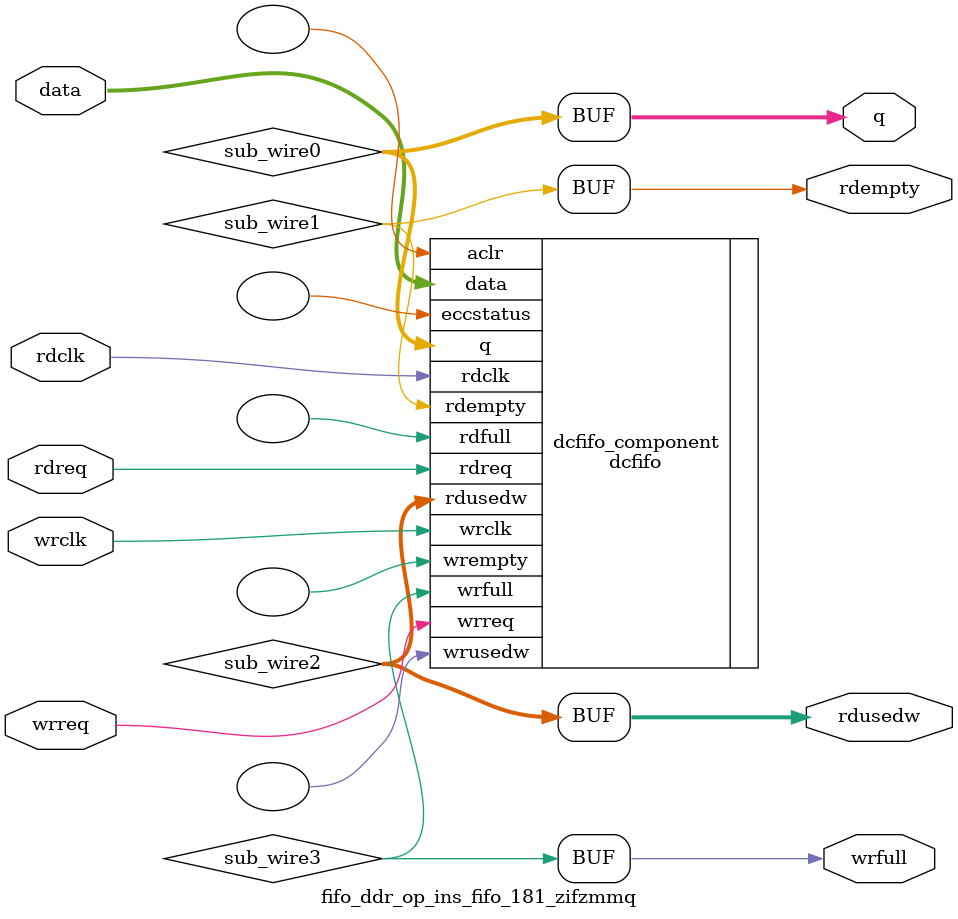
<source format=v>



`timescale 1 ps / 1 ps
// synopsys translate_on
module  fifo_ddr_op_ins_fifo_181_zifzmmq  (
    data,
    rdclk,
    rdreq,
    wrclk,
    wrreq,
    q,
    rdempty,
    rdusedw,
    wrfull);

    input  [161:0]  data;
    input    rdclk;
    input    rdreq;
    input    wrclk;
    input    wrreq;
    output [161:0]  q;
    output   rdempty;
    output [7:0]  rdusedw;
    output   wrfull;

    wire [161:0] sub_wire0;
    wire  sub_wire1;
    wire [7:0] sub_wire2;
    wire  sub_wire3;
    wire [161:0] q = sub_wire0[161:0];
    wire  rdempty = sub_wire1;
    wire [7:0] rdusedw = sub_wire2[7:0];
    wire  wrfull = sub_wire3;

    dcfifo  dcfifo_component (
                .data (data),
                .rdclk (rdclk),
                .rdreq (rdreq),
                .wrclk (wrclk),
                .wrreq (wrreq),
                .q (sub_wire0),
                .rdempty (sub_wire1),
                .rdusedw (sub_wire2),
                .wrfull (sub_wire3),
                .aclr (),
                .eccstatus (),
                .rdfull (),
                .wrempty (),
                .wrusedw ());
    defparam
        dcfifo_component.enable_ecc  = "FALSE",
        dcfifo_component.intended_device_family  = "Arria 10",
        dcfifo_component.lpm_hint  = "DISABLE_DCFIFO_EMBEDDED_TIMING_CONSTRAINT=TRUE",
        dcfifo_component.lpm_numwords  = 256,
        dcfifo_component.lpm_showahead  = "ON",
        dcfifo_component.lpm_type  = "dcfifo",
        dcfifo_component.lpm_width  = 162,
        dcfifo_component.lpm_widthu  = 8,
        dcfifo_component.overflow_checking  = "ON",
        dcfifo_component.rdsync_delaypipe  = 5,
        dcfifo_component.underflow_checking  = "ON",
        dcfifo_component.use_eab  = "ON",
        dcfifo_component.wrsync_delaypipe  = 5;


endmodule



</source>
